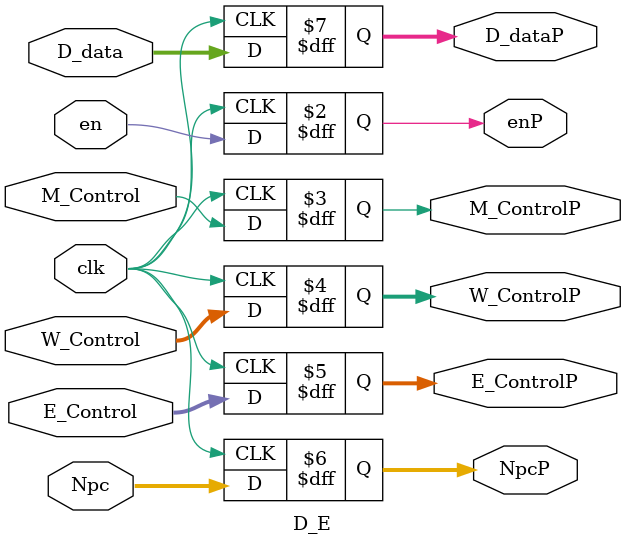
<source format=v>
module D_E(clk,en,Npc,E_Control,M_Control,W_Control,D_data,enP,NpcP,E_ControlP,M_ControlP,W_ControlP,D_dataP);

input clk,en,M_Control;
input [1:0] W_Control;
input [5:0] E_Control;
input [15:0] Npc;
input [47:0] D_data;
output reg  enP,M_ControlP;
output reg [1:0] W_ControlP;
output reg[5:0] E_ControlP;
output reg[15:0] NpcP;
output reg[47:0] D_dataP;

always @(posedge clk)
begin
enP=en;
M_ControlP=M_Control;
W_ControlP=W_Control;
E_ControlP=E_Control;
NpcP=Npc;
D_dataP=D_data;
end
endmodule

</source>
